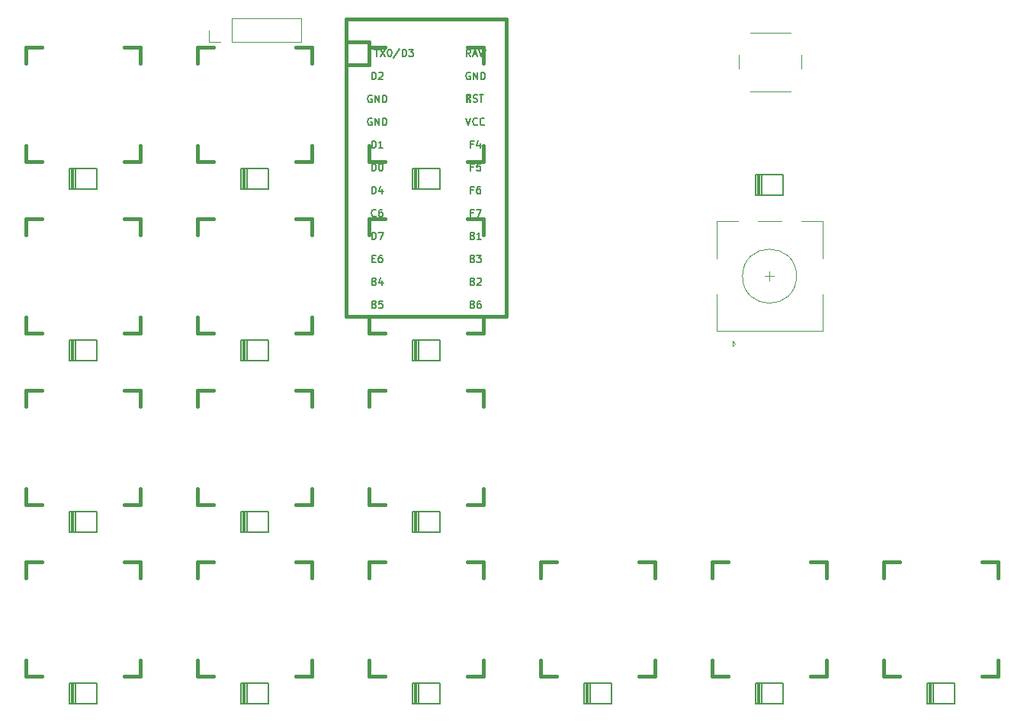
<source format=gbr>
G04 #@! TF.GenerationSoftware,KiCad,Pcbnew,(5.1.5)-3*
G04 #@! TF.CreationDate,2020-09-11T21:59:54+03:00*
G04 #@! TF.ProjectId,taro,7461726f-2e6b-4696-9361-645f70636258,rev?*
G04 #@! TF.SameCoordinates,Original*
G04 #@! TF.FileFunction,Legend,Top*
G04 #@! TF.FilePolarity,Positive*
%FSLAX46Y46*%
G04 Gerber Fmt 4.6, Leading zero omitted, Abs format (unit mm)*
G04 Created by KiCad (PCBNEW (5.1.5)-3) date 2020-09-11 21:59:54*
%MOMM*%
%LPD*%
G04 APERTURE LIST*
%ADD10C,0.381000*%
%ADD11C,0.150000*%
%ADD12C,0.120000*%
%ADD13C,0.203200*%
G04 APERTURE END LIST*
D10*
G04 #@! TO.C,U1*
X83185000Y-66040000D02*
X83185000Y-96520000D01*
X83185000Y-96520000D02*
X100965000Y-96520000D01*
X100965000Y-96520000D02*
X100965000Y-66040000D01*
X85725000Y-66040000D02*
X85725000Y-68580000D01*
X85725000Y-68580000D02*
X83185000Y-68580000D01*
D11*
G36*
X97006568Y-71919360D02*
G01*
X97006568Y-72219360D01*
X96906568Y-72219360D01*
X96906568Y-71919360D01*
X97006568Y-71919360D01*
G37*
X97006568Y-71919360D02*
X97006568Y-72219360D01*
X96906568Y-72219360D01*
X96906568Y-71919360D01*
X97006568Y-71919360D01*
G36*
X96806568Y-72319360D02*
G01*
X96806568Y-72419360D01*
X96706568Y-72419360D01*
X96706568Y-72319360D01*
X96806568Y-72319360D01*
G37*
X96806568Y-72319360D02*
X96806568Y-72419360D01*
X96706568Y-72419360D01*
X96706568Y-72319360D01*
X96806568Y-72319360D01*
G36*
X97006568Y-71919360D02*
G01*
X97006568Y-72019360D01*
X96506568Y-72019360D01*
X96506568Y-71919360D01*
X97006568Y-71919360D01*
G37*
X97006568Y-71919360D02*
X97006568Y-72019360D01*
X96506568Y-72019360D01*
X96506568Y-71919360D01*
X97006568Y-71919360D01*
G36*
X96606568Y-71919360D02*
G01*
X96606568Y-72719360D01*
X96506568Y-72719360D01*
X96506568Y-71919360D01*
X96606568Y-71919360D01*
G37*
X96606568Y-71919360D02*
X96606568Y-72719360D01*
X96506568Y-72719360D01*
X96506568Y-71919360D01*
X96606568Y-71919360D01*
G36*
X97006568Y-72519360D02*
G01*
X97006568Y-72719360D01*
X96906568Y-72719360D01*
X96906568Y-72519360D01*
X97006568Y-72519360D01*
G37*
X97006568Y-72519360D02*
X97006568Y-72719360D01*
X96906568Y-72719360D01*
X96906568Y-72519360D01*
X97006568Y-72519360D01*
D10*
X100965000Y-66040000D02*
X100965000Y-63500000D01*
X100965000Y-63500000D02*
X83185000Y-63500000D01*
X83185000Y-63500000D02*
X83185000Y-66040000D01*
X85725000Y-66040000D02*
X83185000Y-66040000D01*
G04 #@! TO.C,SW17*
X142875000Y-123825000D02*
X144653000Y-123825000D01*
X153797000Y-123825000D02*
X155575000Y-123825000D01*
X155575000Y-123825000D02*
X155575000Y-125603000D01*
X155575000Y-134747000D02*
X155575000Y-136525000D01*
X155575000Y-136525000D02*
X153797000Y-136525000D01*
X144653000Y-136525000D02*
X142875000Y-136525000D01*
X142875000Y-136525000D02*
X142875000Y-134747000D01*
X142875000Y-125603000D02*
X142875000Y-123825000D01*
G04 #@! TO.C,SW16*
X123825000Y-123825000D02*
X125603000Y-123825000D01*
X134747000Y-123825000D02*
X136525000Y-123825000D01*
X136525000Y-123825000D02*
X136525000Y-125603000D01*
X136525000Y-134747000D02*
X136525000Y-136525000D01*
X136525000Y-136525000D02*
X134747000Y-136525000D01*
X125603000Y-136525000D02*
X123825000Y-136525000D01*
X123825000Y-136525000D02*
X123825000Y-134747000D01*
X123825000Y-125603000D02*
X123825000Y-123825000D01*
G04 #@! TO.C,SW15*
X104775000Y-123825000D02*
X106553000Y-123825000D01*
X115697000Y-123825000D02*
X117475000Y-123825000D01*
X117475000Y-123825000D02*
X117475000Y-125603000D01*
X117475000Y-134747000D02*
X117475000Y-136525000D01*
X117475000Y-136525000D02*
X115697000Y-136525000D01*
X106553000Y-136525000D02*
X104775000Y-136525000D01*
X104775000Y-136525000D02*
X104775000Y-134747000D01*
X104775000Y-125603000D02*
X104775000Y-123825000D01*
G04 #@! TO.C,SW13*
X85725000Y-123825000D02*
X87503000Y-123825000D01*
X96647000Y-123825000D02*
X98425000Y-123825000D01*
X98425000Y-123825000D02*
X98425000Y-125603000D01*
X98425000Y-134747000D02*
X98425000Y-136525000D01*
X98425000Y-136525000D02*
X96647000Y-136525000D01*
X87503000Y-136525000D02*
X85725000Y-136525000D01*
X85725000Y-136525000D02*
X85725000Y-134747000D01*
X85725000Y-125603000D02*
X85725000Y-123825000D01*
G04 #@! TO.C,SW12*
X85725000Y-104775000D02*
X87503000Y-104775000D01*
X96647000Y-104775000D02*
X98425000Y-104775000D01*
X98425000Y-104775000D02*
X98425000Y-106553000D01*
X98425000Y-115697000D02*
X98425000Y-117475000D01*
X98425000Y-117475000D02*
X96647000Y-117475000D01*
X87503000Y-117475000D02*
X85725000Y-117475000D01*
X85725000Y-117475000D02*
X85725000Y-115697000D01*
X85725000Y-106553000D02*
X85725000Y-104775000D01*
G04 #@! TO.C,SW11*
X85725000Y-85725000D02*
X87503000Y-85725000D01*
X96647000Y-85725000D02*
X98425000Y-85725000D01*
X98425000Y-85725000D02*
X98425000Y-87503000D01*
X98425000Y-96647000D02*
X98425000Y-98425000D01*
X98425000Y-98425000D02*
X96647000Y-98425000D01*
X87503000Y-98425000D02*
X85725000Y-98425000D01*
X85725000Y-98425000D02*
X85725000Y-96647000D01*
X85725000Y-87503000D02*
X85725000Y-85725000D01*
G04 #@! TO.C,SW10*
X85725000Y-66675000D02*
X87503000Y-66675000D01*
X96647000Y-66675000D02*
X98425000Y-66675000D01*
X98425000Y-66675000D02*
X98425000Y-68453000D01*
X98425000Y-77597000D02*
X98425000Y-79375000D01*
X98425000Y-79375000D02*
X96647000Y-79375000D01*
X87503000Y-79375000D02*
X85725000Y-79375000D01*
X85725000Y-79375000D02*
X85725000Y-77597000D01*
X85725000Y-68453000D02*
X85725000Y-66675000D01*
G04 #@! TO.C,SW9*
X66675000Y-123825000D02*
X68453000Y-123825000D01*
X77597000Y-123825000D02*
X79375000Y-123825000D01*
X79375000Y-123825000D02*
X79375000Y-125603000D01*
X79375000Y-134747000D02*
X79375000Y-136525000D01*
X79375000Y-136525000D02*
X77597000Y-136525000D01*
X68453000Y-136525000D02*
X66675000Y-136525000D01*
X66675000Y-136525000D02*
X66675000Y-134747000D01*
X66675000Y-125603000D02*
X66675000Y-123825000D01*
G04 #@! TO.C,SW8*
X66675000Y-104775000D02*
X68453000Y-104775000D01*
X77597000Y-104775000D02*
X79375000Y-104775000D01*
X79375000Y-104775000D02*
X79375000Y-106553000D01*
X79375000Y-115697000D02*
X79375000Y-117475000D01*
X79375000Y-117475000D02*
X77597000Y-117475000D01*
X68453000Y-117475000D02*
X66675000Y-117475000D01*
X66675000Y-117475000D02*
X66675000Y-115697000D01*
X66675000Y-106553000D02*
X66675000Y-104775000D01*
G04 #@! TO.C,SW7*
X66675000Y-85725000D02*
X68453000Y-85725000D01*
X77597000Y-85725000D02*
X79375000Y-85725000D01*
X79375000Y-85725000D02*
X79375000Y-87503000D01*
X79375000Y-96647000D02*
X79375000Y-98425000D01*
X79375000Y-98425000D02*
X77597000Y-98425000D01*
X68453000Y-98425000D02*
X66675000Y-98425000D01*
X66675000Y-98425000D02*
X66675000Y-96647000D01*
X66675000Y-87503000D02*
X66675000Y-85725000D01*
G04 #@! TO.C,SW6*
X66675000Y-66675000D02*
X68453000Y-66675000D01*
X77597000Y-66675000D02*
X79375000Y-66675000D01*
X79375000Y-66675000D02*
X79375000Y-68453000D01*
X79375000Y-77597000D02*
X79375000Y-79375000D01*
X79375000Y-79375000D02*
X77597000Y-79375000D01*
X68453000Y-79375000D02*
X66675000Y-79375000D01*
X66675000Y-79375000D02*
X66675000Y-77597000D01*
X66675000Y-68453000D02*
X66675000Y-66675000D01*
G04 #@! TO.C,SW5*
X47625000Y-123825000D02*
X49403000Y-123825000D01*
X58547000Y-123825000D02*
X60325000Y-123825000D01*
X60325000Y-123825000D02*
X60325000Y-125603000D01*
X60325000Y-134747000D02*
X60325000Y-136525000D01*
X60325000Y-136525000D02*
X58547000Y-136525000D01*
X49403000Y-136525000D02*
X47625000Y-136525000D01*
X47625000Y-136525000D02*
X47625000Y-134747000D01*
X47625000Y-125603000D02*
X47625000Y-123825000D01*
G04 #@! TO.C,SW4*
X47625000Y-104775000D02*
X49403000Y-104775000D01*
X58547000Y-104775000D02*
X60325000Y-104775000D01*
X60325000Y-104775000D02*
X60325000Y-106553000D01*
X60325000Y-115697000D02*
X60325000Y-117475000D01*
X60325000Y-117475000D02*
X58547000Y-117475000D01*
X49403000Y-117475000D02*
X47625000Y-117475000D01*
X47625000Y-117475000D02*
X47625000Y-115697000D01*
X47625000Y-106553000D02*
X47625000Y-104775000D01*
G04 #@! TO.C,SW3*
X47625000Y-85725000D02*
X49403000Y-85725000D01*
X58547000Y-85725000D02*
X60325000Y-85725000D01*
X60325000Y-85725000D02*
X60325000Y-87503000D01*
X60325000Y-96647000D02*
X60325000Y-98425000D01*
X60325000Y-98425000D02*
X58547000Y-98425000D01*
X49403000Y-98425000D02*
X47625000Y-98425000D01*
X47625000Y-98425000D02*
X47625000Y-96647000D01*
X47625000Y-87503000D02*
X47625000Y-85725000D01*
G04 #@! TO.C,SW2*
X47625000Y-66675000D02*
X49403000Y-66675000D01*
X58547000Y-66675000D02*
X60325000Y-66675000D01*
X60325000Y-66675000D02*
X60325000Y-68453000D01*
X60325000Y-77597000D02*
X60325000Y-79375000D01*
X60325000Y-79375000D02*
X58547000Y-79375000D01*
X49403000Y-79375000D02*
X47625000Y-79375000D01*
X47625000Y-79375000D02*
X47625000Y-77597000D01*
X47625000Y-68453000D02*
X47625000Y-66675000D01*
D12*
G04 #@! TO.C,SW14*
X133175000Y-92075000D02*
G75*
G03X133175000Y-92075000I-3000000J0D01*
G01*
X124275000Y-90075000D02*
X124275000Y-85975000D01*
X136075000Y-85975000D02*
X136075000Y-90075000D01*
X136075000Y-94075000D02*
X136075000Y-98175000D01*
X124275000Y-94075000D02*
X124275000Y-98175000D01*
X124275000Y-98175000D02*
X136075000Y-98175000D01*
X126375000Y-99575000D02*
X126075000Y-99875000D01*
X126075000Y-99875000D02*
X126075000Y-99275000D01*
X126075000Y-99275000D02*
X126375000Y-99575000D01*
X124275000Y-85975000D02*
X126675000Y-85975000D01*
X128875000Y-85975000D02*
X131475000Y-85975000D01*
X133675000Y-85975000D02*
X136075000Y-85975000D01*
X129675000Y-92075000D02*
X130675000Y-92075000D01*
X130175000Y-92575000D02*
X130175000Y-91575000D01*
G04 #@! TO.C,SW1*
X128000000Y-71540000D02*
X132500000Y-71540000D01*
X126750000Y-67540000D02*
X126750000Y-69040000D01*
X132500000Y-65040000D02*
X128000000Y-65040000D01*
X133750000Y-69040000D02*
X133750000Y-67540000D01*
G04 #@! TO.C,J1*
X78165000Y-66100000D02*
X78165000Y-63440000D01*
X70485000Y-66100000D02*
X78165000Y-66100000D01*
X70485000Y-63440000D02*
X78165000Y-63440000D01*
X70485000Y-66100000D02*
X70485000Y-63440000D01*
X69215000Y-66100000D02*
X67885000Y-66100000D01*
X67885000Y-66100000D02*
X67885000Y-64770000D01*
D11*
G04 #@! TO.C,D16*
X148325000Y-137330000D02*
X148325000Y-139530000D01*
X148125000Y-139530000D02*
X148125000Y-137330000D01*
X147925000Y-139430000D02*
X147925000Y-139530000D01*
X147925000Y-139530000D02*
X147925000Y-139430000D01*
X147925000Y-137330000D02*
X147925000Y-139430000D01*
D13*
X150749000Y-139573000D02*
X147701000Y-139573000D01*
X147701000Y-139573000D02*
X147701000Y-137287000D01*
X147701000Y-137287000D02*
X150749000Y-137287000D01*
X150749000Y-137287000D02*
X150749000Y-139573000D01*
D11*
G04 #@! TO.C,D15*
X129275000Y-137330000D02*
X129275000Y-139530000D01*
X129075000Y-139530000D02*
X129075000Y-137330000D01*
X128875000Y-139430000D02*
X128875000Y-139530000D01*
X128875000Y-139530000D02*
X128875000Y-139430000D01*
X128875000Y-137330000D02*
X128875000Y-139430000D01*
D13*
X131699000Y-139573000D02*
X128651000Y-139573000D01*
X128651000Y-139573000D02*
X128651000Y-137287000D01*
X128651000Y-137287000D02*
X131699000Y-137287000D01*
X131699000Y-137287000D02*
X131699000Y-139573000D01*
D11*
G04 #@! TO.C,D14*
X129275000Y-80815000D02*
X129275000Y-83015000D01*
X129075000Y-83015000D02*
X129075000Y-80815000D01*
X128875000Y-82915000D02*
X128875000Y-83015000D01*
X128875000Y-83015000D02*
X128875000Y-82915000D01*
X128875000Y-80815000D02*
X128875000Y-82915000D01*
D13*
X131699000Y-83058000D02*
X128651000Y-83058000D01*
X128651000Y-83058000D02*
X128651000Y-80772000D01*
X128651000Y-80772000D02*
X131699000Y-80772000D01*
X131699000Y-80772000D02*
X131699000Y-83058000D01*
D11*
G04 #@! TO.C,D13*
X110225000Y-137330000D02*
X110225000Y-139530000D01*
X110025000Y-139530000D02*
X110025000Y-137330000D01*
X109825000Y-139430000D02*
X109825000Y-139530000D01*
X109825000Y-139530000D02*
X109825000Y-139430000D01*
X109825000Y-137330000D02*
X109825000Y-139430000D01*
D13*
X112649000Y-139573000D02*
X109601000Y-139573000D01*
X109601000Y-139573000D02*
X109601000Y-137287000D01*
X109601000Y-137287000D02*
X112649000Y-137287000D01*
X112649000Y-137287000D02*
X112649000Y-139573000D01*
D11*
G04 #@! TO.C,D12*
X91175000Y-137330000D02*
X91175000Y-139530000D01*
X90975000Y-139530000D02*
X90975000Y-137330000D01*
X90775000Y-139430000D02*
X90775000Y-139530000D01*
X90775000Y-139530000D02*
X90775000Y-139430000D01*
X90775000Y-137330000D02*
X90775000Y-139430000D01*
D13*
X93599000Y-139573000D02*
X90551000Y-139573000D01*
X90551000Y-139573000D02*
X90551000Y-137287000D01*
X90551000Y-137287000D02*
X93599000Y-137287000D01*
X93599000Y-137287000D02*
X93599000Y-139573000D01*
D11*
G04 #@! TO.C,D11*
X91175000Y-118280000D02*
X91175000Y-120480000D01*
X90975000Y-120480000D02*
X90975000Y-118280000D01*
X90775000Y-120380000D02*
X90775000Y-120480000D01*
X90775000Y-120480000D02*
X90775000Y-120380000D01*
X90775000Y-118280000D02*
X90775000Y-120380000D01*
D13*
X93599000Y-120523000D02*
X90551000Y-120523000D01*
X90551000Y-120523000D02*
X90551000Y-118237000D01*
X90551000Y-118237000D02*
X93599000Y-118237000D01*
X93599000Y-118237000D02*
X93599000Y-120523000D01*
D11*
G04 #@! TO.C,D10*
X91175000Y-99230000D02*
X91175000Y-101430000D01*
X90975000Y-101430000D02*
X90975000Y-99230000D01*
X90775000Y-101330000D02*
X90775000Y-101430000D01*
X90775000Y-101430000D02*
X90775000Y-101330000D01*
X90775000Y-99230000D02*
X90775000Y-101330000D01*
D13*
X93599000Y-101473000D02*
X90551000Y-101473000D01*
X90551000Y-101473000D02*
X90551000Y-99187000D01*
X90551000Y-99187000D02*
X93599000Y-99187000D01*
X93599000Y-99187000D02*
X93599000Y-101473000D01*
D11*
G04 #@! TO.C,D9*
X91175000Y-80180000D02*
X91175000Y-82380000D01*
X90975000Y-82380000D02*
X90975000Y-80180000D01*
X90775000Y-82280000D02*
X90775000Y-82380000D01*
X90775000Y-82380000D02*
X90775000Y-82280000D01*
X90775000Y-80180000D02*
X90775000Y-82280000D01*
D13*
X93599000Y-82423000D02*
X90551000Y-82423000D01*
X90551000Y-82423000D02*
X90551000Y-80137000D01*
X90551000Y-80137000D02*
X93599000Y-80137000D01*
X93599000Y-80137000D02*
X93599000Y-82423000D01*
D11*
G04 #@! TO.C,D8*
X72125000Y-137330000D02*
X72125000Y-139530000D01*
X71925000Y-139530000D02*
X71925000Y-137330000D01*
X71725000Y-139430000D02*
X71725000Y-139530000D01*
X71725000Y-139530000D02*
X71725000Y-139430000D01*
X71725000Y-137330000D02*
X71725000Y-139430000D01*
D13*
X74549000Y-139573000D02*
X71501000Y-139573000D01*
X71501000Y-139573000D02*
X71501000Y-137287000D01*
X71501000Y-137287000D02*
X74549000Y-137287000D01*
X74549000Y-137287000D02*
X74549000Y-139573000D01*
D11*
G04 #@! TO.C,D7*
X72125000Y-118280000D02*
X72125000Y-120480000D01*
X71925000Y-120480000D02*
X71925000Y-118280000D01*
X71725000Y-120380000D02*
X71725000Y-120480000D01*
X71725000Y-120480000D02*
X71725000Y-120380000D01*
X71725000Y-118280000D02*
X71725000Y-120380000D01*
D13*
X74549000Y-120523000D02*
X71501000Y-120523000D01*
X71501000Y-120523000D02*
X71501000Y-118237000D01*
X71501000Y-118237000D02*
X74549000Y-118237000D01*
X74549000Y-118237000D02*
X74549000Y-120523000D01*
D11*
G04 #@! TO.C,D6*
X72125000Y-99230000D02*
X72125000Y-101430000D01*
X71925000Y-101430000D02*
X71925000Y-99230000D01*
X71725000Y-101330000D02*
X71725000Y-101430000D01*
X71725000Y-101430000D02*
X71725000Y-101330000D01*
X71725000Y-99230000D02*
X71725000Y-101330000D01*
D13*
X74549000Y-101473000D02*
X71501000Y-101473000D01*
X71501000Y-101473000D02*
X71501000Y-99187000D01*
X71501000Y-99187000D02*
X74549000Y-99187000D01*
X74549000Y-99187000D02*
X74549000Y-101473000D01*
D11*
G04 #@! TO.C,D5*
X72125000Y-80180000D02*
X72125000Y-82380000D01*
X71925000Y-82380000D02*
X71925000Y-80180000D01*
X71725000Y-82280000D02*
X71725000Y-82380000D01*
X71725000Y-82380000D02*
X71725000Y-82280000D01*
X71725000Y-80180000D02*
X71725000Y-82280000D01*
D13*
X74549000Y-82423000D02*
X71501000Y-82423000D01*
X71501000Y-82423000D02*
X71501000Y-80137000D01*
X71501000Y-80137000D02*
X74549000Y-80137000D01*
X74549000Y-80137000D02*
X74549000Y-82423000D01*
D11*
G04 #@! TO.C,D4*
X53075000Y-137330000D02*
X53075000Y-139530000D01*
X52875000Y-139530000D02*
X52875000Y-137330000D01*
X52675000Y-139430000D02*
X52675000Y-139530000D01*
X52675000Y-139530000D02*
X52675000Y-139430000D01*
X52675000Y-137330000D02*
X52675000Y-139430000D01*
D13*
X55499000Y-139573000D02*
X52451000Y-139573000D01*
X52451000Y-139573000D02*
X52451000Y-137287000D01*
X52451000Y-137287000D02*
X55499000Y-137287000D01*
X55499000Y-137287000D02*
X55499000Y-139573000D01*
D11*
G04 #@! TO.C,D3*
X53075000Y-118280000D02*
X53075000Y-120480000D01*
X52875000Y-120480000D02*
X52875000Y-118280000D01*
X52675000Y-120380000D02*
X52675000Y-120480000D01*
X52675000Y-120480000D02*
X52675000Y-120380000D01*
X52675000Y-118280000D02*
X52675000Y-120380000D01*
D13*
X55499000Y-120523000D02*
X52451000Y-120523000D01*
X52451000Y-120523000D02*
X52451000Y-118237000D01*
X52451000Y-118237000D02*
X55499000Y-118237000D01*
X55499000Y-118237000D02*
X55499000Y-120523000D01*
D11*
G04 #@! TO.C,D2*
X53075000Y-99230000D02*
X53075000Y-101430000D01*
X52875000Y-101430000D02*
X52875000Y-99230000D01*
X52675000Y-101330000D02*
X52675000Y-101430000D01*
X52675000Y-101430000D02*
X52675000Y-101330000D01*
X52675000Y-99230000D02*
X52675000Y-101330000D01*
D13*
X55499000Y-101473000D02*
X52451000Y-101473000D01*
X52451000Y-101473000D02*
X52451000Y-99187000D01*
X52451000Y-99187000D02*
X55499000Y-99187000D01*
X55499000Y-99187000D02*
X55499000Y-101473000D01*
D11*
G04 #@! TO.C,D1*
X53075000Y-80180000D02*
X53075000Y-82380000D01*
X52875000Y-82380000D02*
X52875000Y-80180000D01*
X52675000Y-82280000D02*
X52675000Y-82380000D01*
X52675000Y-82380000D02*
X52675000Y-82280000D01*
X52675000Y-80180000D02*
X52675000Y-82280000D01*
D13*
X55499000Y-82423000D02*
X52451000Y-82423000D01*
X52451000Y-82423000D02*
X52451000Y-80137000D01*
X52451000Y-80137000D02*
X55499000Y-80137000D01*
X55499000Y-80137000D02*
X55499000Y-82423000D01*
G04 #@! TO.C,U1*
D11*
X97212190Y-92652857D02*
X97326476Y-92690952D01*
X97364571Y-92729047D01*
X97402666Y-92805238D01*
X97402666Y-92919523D01*
X97364571Y-92995714D01*
X97326476Y-93033809D01*
X97250285Y-93071904D01*
X96945523Y-93071904D01*
X96945523Y-92271904D01*
X97212190Y-92271904D01*
X97288380Y-92310000D01*
X97326476Y-92348095D01*
X97364571Y-92424285D01*
X97364571Y-92500476D01*
X97326476Y-92576666D01*
X97288380Y-92614761D01*
X97212190Y-92652857D01*
X96945523Y-92652857D01*
X97707428Y-92348095D02*
X97745523Y-92310000D01*
X97821714Y-92271904D01*
X98012190Y-92271904D01*
X98088380Y-92310000D01*
X98126476Y-92348095D01*
X98164571Y-92424285D01*
X98164571Y-92500476D01*
X98126476Y-92614761D01*
X97669333Y-93071904D01*
X98164571Y-93071904D01*
X97269333Y-85032857D02*
X97002666Y-85032857D01*
X97002666Y-85451904D02*
X97002666Y-84651904D01*
X97383619Y-84651904D01*
X97612190Y-84651904D02*
X98145523Y-84651904D01*
X97802666Y-85451904D01*
X97269333Y-82492857D02*
X97002666Y-82492857D01*
X97002666Y-82911904D02*
X97002666Y-82111904D01*
X97383619Y-82111904D01*
X98031238Y-82111904D02*
X97878857Y-82111904D01*
X97802666Y-82150000D01*
X97764571Y-82188095D01*
X97688380Y-82302380D01*
X97650285Y-82454761D01*
X97650285Y-82759523D01*
X97688380Y-82835714D01*
X97726476Y-82873809D01*
X97802666Y-82911904D01*
X97955047Y-82911904D01*
X98031238Y-82873809D01*
X98069333Y-82835714D01*
X98107428Y-82759523D01*
X98107428Y-82569047D01*
X98069333Y-82492857D01*
X98031238Y-82454761D01*
X97955047Y-82416666D01*
X97802666Y-82416666D01*
X97726476Y-82454761D01*
X97688380Y-82492857D01*
X97650285Y-82569047D01*
X97269333Y-79952857D02*
X97002666Y-79952857D01*
X97002666Y-80371904D02*
X97002666Y-79571904D01*
X97383619Y-79571904D01*
X98069333Y-79571904D02*
X97688380Y-79571904D01*
X97650285Y-79952857D01*
X97688380Y-79914761D01*
X97764571Y-79876666D01*
X97955047Y-79876666D01*
X98031238Y-79914761D01*
X98069333Y-79952857D01*
X98107428Y-80029047D01*
X98107428Y-80219523D01*
X98069333Y-80295714D01*
X98031238Y-80333809D01*
X97955047Y-80371904D01*
X97764571Y-80371904D01*
X97688380Y-80333809D01*
X97650285Y-80295714D01*
X96983619Y-67671904D02*
X96716952Y-67290952D01*
X96526476Y-67671904D02*
X96526476Y-66871904D01*
X96831238Y-66871904D01*
X96907428Y-66910000D01*
X96945523Y-66948095D01*
X96983619Y-67024285D01*
X96983619Y-67138571D01*
X96945523Y-67214761D01*
X96907428Y-67252857D01*
X96831238Y-67290952D01*
X96526476Y-67290952D01*
X97288380Y-67443333D02*
X97669333Y-67443333D01*
X97212190Y-67671904D02*
X97478857Y-66871904D01*
X97745523Y-67671904D01*
X97936000Y-66871904D02*
X98126476Y-67671904D01*
X98278857Y-67100476D01*
X98431238Y-67671904D01*
X98621714Y-66871904D01*
X96926476Y-69450000D02*
X96850285Y-69411904D01*
X96736000Y-69411904D01*
X96621714Y-69450000D01*
X96545523Y-69526190D01*
X96507428Y-69602380D01*
X96469333Y-69754761D01*
X96469333Y-69869047D01*
X96507428Y-70021428D01*
X96545523Y-70097619D01*
X96621714Y-70173809D01*
X96736000Y-70211904D01*
X96812190Y-70211904D01*
X96926476Y-70173809D01*
X96964571Y-70135714D01*
X96964571Y-69869047D01*
X96812190Y-69869047D01*
X97307428Y-70211904D02*
X97307428Y-69411904D01*
X97764571Y-70211904D01*
X97764571Y-69411904D01*
X98145523Y-70211904D02*
X98145523Y-69411904D01*
X98336000Y-69411904D01*
X98450285Y-69450000D01*
X98526476Y-69526190D01*
X98564571Y-69602380D01*
X98602666Y-69754761D01*
X98602666Y-69869047D01*
X98564571Y-70021428D01*
X98526476Y-70097619D01*
X98450285Y-70173809D01*
X98336000Y-70211904D01*
X98145523Y-70211904D01*
X97274786Y-72683809D02*
X97389072Y-72721904D01*
X97579548Y-72721904D01*
X97655739Y-72683809D01*
X97693834Y-72645714D01*
X97731929Y-72569523D01*
X97731929Y-72493333D01*
X97693834Y-72417142D01*
X97655739Y-72379047D01*
X97579548Y-72340952D01*
X97427167Y-72302857D01*
X97350977Y-72264761D01*
X97312881Y-72226666D01*
X97274786Y-72150476D01*
X97274786Y-72074285D01*
X97312881Y-71998095D01*
X97350977Y-71960000D01*
X97427167Y-71921904D01*
X97617643Y-71921904D01*
X97731929Y-71960000D01*
X97960500Y-71921904D02*
X98417643Y-71921904D01*
X98189072Y-72721904D02*
X98189072Y-71921904D01*
X96469333Y-74491904D02*
X96736000Y-75291904D01*
X97002666Y-74491904D01*
X97726476Y-75215714D02*
X97688380Y-75253809D01*
X97574095Y-75291904D01*
X97497904Y-75291904D01*
X97383619Y-75253809D01*
X97307428Y-75177619D01*
X97269333Y-75101428D01*
X97231238Y-74949047D01*
X97231238Y-74834761D01*
X97269333Y-74682380D01*
X97307428Y-74606190D01*
X97383619Y-74530000D01*
X97497904Y-74491904D01*
X97574095Y-74491904D01*
X97688380Y-74530000D01*
X97726476Y-74568095D01*
X98526476Y-75215714D02*
X98488380Y-75253809D01*
X98374095Y-75291904D01*
X98297904Y-75291904D01*
X98183619Y-75253809D01*
X98107428Y-75177619D01*
X98069333Y-75101428D01*
X98031238Y-74949047D01*
X98031238Y-74834761D01*
X98069333Y-74682380D01*
X98107428Y-74606190D01*
X98183619Y-74530000D01*
X98297904Y-74491904D01*
X98374095Y-74491904D01*
X98488380Y-74530000D01*
X98526476Y-74568095D01*
X97269333Y-77412857D02*
X97002666Y-77412857D01*
X97002666Y-77831904D02*
X97002666Y-77031904D01*
X97383619Y-77031904D01*
X98031238Y-77298571D02*
X98031238Y-77831904D01*
X97840761Y-76993809D02*
X97650285Y-77565238D01*
X98145523Y-77565238D01*
X97212190Y-87572857D02*
X97326476Y-87610952D01*
X97364571Y-87649047D01*
X97402666Y-87725238D01*
X97402666Y-87839523D01*
X97364571Y-87915714D01*
X97326476Y-87953809D01*
X97250285Y-87991904D01*
X96945523Y-87991904D01*
X96945523Y-87191904D01*
X97212190Y-87191904D01*
X97288380Y-87230000D01*
X97326476Y-87268095D01*
X97364571Y-87344285D01*
X97364571Y-87420476D01*
X97326476Y-87496666D01*
X97288380Y-87534761D01*
X97212190Y-87572857D01*
X96945523Y-87572857D01*
X98164571Y-87991904D02*
X97707428Y-87991904D01*
X97936000Y-87991904D02*
X97936000Y-87191904D01*
X97859809Y-87306190D01*
X97783619Y-87382380D01*
X97707428Y-87420476D01*
X97212190Y-90112857D02*
X97326476Y-90150952D01*
X97364571Y-90189047D01*
X97402666Y-90265238D01*
X97402666Y-90379523D01*
X97364571Y-90455714D01*
X97326476Y-90493809D01*
X97250285Y-90531904D01*
X96945523Y-90531904D01*
X96945523Y-89731904D01*
X97212190Y-89731904D01*
X97288380Y-89770000D01*
X97326476Y-89808095D01*
X97364571Y-89884285D01*
X97364571Y-89960476D01*
X97326476Y-90036666D01*
X97288380Y-90074761D01*
X97212190Y-90112857D01*
X96945523Y-90112857D01*
X97669333Y-89731904D02*
X98164571Y-89731904D01*
X97897904Y-90036666D01*
X98012190Y-90036666D01*
X98088380Y-90074761D01*
X98126476Y-90112857D01*
X98164571Y-90189047D01*
X98164571Y-90379523D01*
X98126476Y-90455714D01*
X98088380Y-90493809D01*
X98012190Y-90531904D01*
X97783619Y-90531904D01*
X97707428Y-90493809D01*
X97669333Y-90455714D01*
X97212190Y-95192857D02*
X97326476Y-95230952D01*
X97364571Y-95269047D01*
X97402666Y-95345238D01*
X97402666Y-95459523D01*
X97364571Y-95535714D01*
X97326476Y-95573809D01*
X97250285Y-95611904D01*
X96945523Y-95611904D01*
X96945523Y-94811904D01*
X97212190Y-94811904D01*
X97288380Y-94850000D01*
X97326476Y-94888095D01*
X97364571Y-94964285D01*
X97364571Y-95040476D01*
X97326476Y-95116666D01*
X97288380Y-95154761D01*
X97212190Y-95192857D01*
X96945523Y-95192857D01*
X98088380Y-94811904D02*
X97936000Y-94811904D01*
X97859809Y-94850000D01*
X97821714Y-94888095D01*
X97745523Y-95002380D01*
X97707428Y-95154761D01*
X97707428Y-95459523D01*
X97745523Y-95535714D01*
X97783619Y-95573809D01*
X97859809Y-95611904D01*
X98012190Y-95611904D01*
X98088380Y-95573809D01*
X98126476Y-95535714D01*
X98164571Y-95459523D01*
X98164571Y-95269047D01*
X98126476Y-95192857D01*
X98088380Y-95154761D01*
X98012190Y-95116666D01*
X97859809Y-95116666D01*
X97783619Y-95154761D01*
X97745523Y-95192857D01*
X97707428Y-95269047D01*
X86290190Y-95192857D02*
X86404476Y-95230952D01*
X86442571Y-95269047D01*
X86480666Y-95345238D01*
X86480666Y-95459523D01*
X86442571Y-95535714D01*
X86404476Y-95573809D01*
X86328285Y-95611904D01*
X86023523Y-95611904D01*
X86023523Y-94811904D01*
X86290190Y-94811904D01*
X86366380Y-94850000D01*
X86404476Y-94888095D01*
X86442571Y-94964285D01*
X86442571Y-95040476D01*
X86404476Y-95116666D01*
X86366380Y-95154761D01*
X86290190Y-95192857D01*
X86023523Y-95192857D01*
X87204476Y-94811904D02*
X86823523Y-94811904D01*
X86785428Y-95192857D01*
X86823523Y-95154761D01*
X86899714Y-95116666D01*
X87090190Y-95116666D01*
X87166380Y-95154761D01*
X87204476Y-95192857D01*
X87242571Y-95269047D01*
X87242571Y-95459523D01*
X87204476Y-95535714D01*
X87166380Y-95573809D01*
X87090190Y-95611904D01*
X86899714Y-95611904D01*
X86823523Y-95573809D01*
X86785428Y-95535714D01*
X86290190Y-92652857D02*
X86404476Y-92690952D01*
X86442571Y-92729047D01*
X86480666Y-92805238D01*
X86480666Y-92919523D01*
X86442571Y-92995714D01*
X86404476Y-93033809D01*
X86328285Y-93071904D01*
X86023523Y-93071904D01*
X86023523Y-92271904D01*
X86290190Y-92271904D01*
X86366380Y-92310000D01*
X86404476Y-92348095D01*
X86442571Y-92424285D01*
X86442571Y-92500476D01*
X86404476Y-92576666D01*
X86366380Y-92614761D01*
X86290190Y-92652857D01*
X86023523Y-92652857D01*
X87166380Y-92538571D02*
X87166380Y-93071904D01*
X86975904Y-92233809D02*
X86785428Y-92805238D01*
X87280666Y-92805238D01*
X86061619Y-90112857D02*
X86328285Y-90112857D01*
X86442571Y-90531904D02*
X86061619Y-90531904D01*
X86061619Y-89731904D01*
X86442571Y-89731904D01*
X87128285Y-89731904D02*
X86975904Y-89731904D01*
X86899714Y-89770000D01*
X86861619Y-89808095D01*
X86785428Y-89922380D01*
X86747333Y-90074761D01*
X86747333Y-90379523D01*
X86785428Y-90455714D01*
X86823523Y-90493809D01*
X86899714Y-90531904D01*
X87052095Y-90531904D01*
X87128285Y-90493809D01*
X87166380Y-90455714D01*
X87204476Y-90379523D01*
X87204476Y-90189047D01*
X87166380Y-90112857D01*
X87128285Y-90074761D01*
X87052095Y-90036666D01*
X86899714Y-90036666D01*
X86823523Y-90074761D01*
X86785428Y-90112857D01*
X86747333Y-90189047D01*
X86023523Y-87991904D02*
X86023523Y-87191904D01*
X86214000Y-87191904D01*
X86328285Y-87230000D01*
X86404476Y-87306190D01*
X86442571Y-87382380D01*
X86480666Y-87534761D01*
X86480666Y-87649047D01*
X86442571Y-87801428D01*
X86404476Y-87877619D01*
X86328285Y-87953809D01*
X86214000Y-87991904D01*
X86023523Y-87991904D01*
X86747333Y-87191904D02*
X87280666Y-87191904D01*
X86937809Y-87991904D01*
X86480666Y-85375714D02*
X86442571Y-85413809D01*
X86328285Y-85451904D01*
X86252095Y-85451904D01*
X86137809Y-85413809D01*
X86061619Y-85337619D01*
X86023523Y-85261428D01*
X85985428Y-85109047D01*
X85985428Y-84994761D01*
X86023523Y-84842380D01*
X86061619Y-84766190D01*
X86137809Y-84690000D01*
X86252095Y-84651904D01*
X86328285Y-84651904D01*
X86442571Y-84690000D01*
X86480666Y-84728095D01*
X87166380Y-84651904D02*
X87014000Y-84651904D01*
X86937809Y-84690000D01*
X86899714Y-84728095D01*
X86823523Y-84842380D01*
X86785428Y-84994761D01*
X86785428Y-85299523D01*
X86823523Y-85375714D01*
X86861619Y-85413809D01*
X86937809Y-85451904D01*
X87090190Y-85451904D01*
X87166380Y-85413809D01*
X87204476Y-85375714D01*
X87242571Y-85299523D01*
X87242571Y-85109047D01*
X87204476Y-85032857D01*
X87166380Y-84994761D01*
X87090190Y-84956666D01*
X86937809Y-84956666D01*
X86861619Y-84994761D01*
X86823523Y-85032857D01*
X86785428Y-85109047D01*
X86023523Y-82911904D02*
X86023523Y-82111904D01*
X86214000Y-82111904D01*
X86328285Y-82150000D01*
X86404476Y-82226190D01*
X86442571Y-82302380D01*
X86480666Y-82454761D01*
X86480666Y-82569047D01*
X86442571Y-82721428D01*
X86404476Y-82797619D01*
X86328285Y-82873809D01*
X86214000Y-82911904D01*
X86023523Y-82911904D01*
X87166380Y-82378571D02*
X87166380Y-82911904D01*
X86975904Y-82073809D02*
X86785428Y-82645238D01*
X87280666Y-82645238D01*
X86004476Y-71990000D02*
X85928285Y-71951904D01*
X85814000Y-71951904D01*
X85699714Y-71990000D01*
X85623523Y-72066190D01*
X85585428Y-72142380D01*
X85547333Y-72294761D01*
X85547333Y-72409047D01*
X85585428Y-72561428D01*
X85623523Y-72637619D01*
X85699714Y-72713809D01*
X85814000Y-72751904D01*
X85890190Y-72751904D01*
X86004476Y-72713809D01*
X86042571Y-72675714D01*
X86042571Y-72409047D01*
X85890190Y-72409047D01*
X86385428Y-72751904D02*
X86385428Y-71951904D01*
X86842571Y-72751904D01*
X86842571Y-71951904D01*
X87223523Y-72751904D02*
X87223523Y-71951904D01*
X87414000Y-71951904D01*
X87528285Y-71990000D01*
X87604476Y-72066190D01*
X87642571Y-72142380D01*
X87680666Y-72294761D01*
X87680666Y-72409047D01*
X87642571Y-72561428D01*
X87604476Y-72637619D01*
X87528285Y-72713809D01*
X87414000Y-72751904D01*
X87223523Y-72751904D01*
X86004476Y-74530000D02*
X85928285Y-74491904D01*
X85814000Y-74491904D01*
X85699714Y-74530000D01*
X85623523Y-74606190D01*
X85585428Y-74682380D01*
X85547333Y-74834761D01*
X85547333Y-74949047D01*
X85585428Y-75101428D01*
X85623523Y-75177619D01*
X85699714Y-75253809D01*
X85814000Y-75291904D01*
X85890190Y-75291904D01*
X86004476Y-75253809D01*
X86042571Y-75215714D01*
X86042571Y-74949047D01*
X85890190Y-74949047D01*
X86385428Y-75291904D02*
X86385428Y-74491904D01*
X86842571Y-75291904D01*
X86842571Y-74491904D01*
X87223523Y-75291904D02*
X87223523Y-74491904D01*
X87414000Y-74491904D01*
X87528285Y-74530000D01*
X87604476Y-74606190D01*
X87642571Y-74682380D01*
X87680666Y-74834761D01*
X87680666Y-74949047D01*
X87642571Y-75101428D01*
X87604476Y-75177619D01*
X87528285Y-75253809D01*
X87414000Y-75291904D01*
X87223523Y-75291904D01*
X86023523Y-77831904D02*
X86023523Y-77031904D01*
X86214000Y-77031904D01*
X86328285Y-77070000D01*
X86404476Y-77146190D01*
X86442571Y-77222380D01*
X86480666Y-77374761D01*
X86480666Y-77489047D01*
X86442571Y-77641428D01*
X86404476Y-77717619D01*
X86328285Y-77793809D01*
X86214000Y-77831904D01*
X86023523Y-77831904D01*
X87242571Y-77831904D02*
X86785428Y-77831904D01*
X87014000Y-77831904D02*
X87014000Y-77031904D01*
X86937809Y-77146190D01*
X86861619Y-77222380D01*
X86785428Y-77260476D01*
X86023523Y-80371904D02*
X86023523Y-79571904D01*
X86214000Y-79571904D01*
X86328285Y-79610000D01*
X86404476Y-79686190D01*
X86442571Y-79762380D01*
X86480666Y-79914761D01*
X86480666Y-80029047D01*
X86442571Y-80181428D01*
X86404476Y-80257619D01*
X86328285Y-80333809D01*
X86214000Y-80371904D01*
X86023523Y-80371904D01*
X86975904Y-79571904D02*
X87052095Y-79571904D01*
X87128285Y-79610000D01*
X87166380Y-79648095D01*
X87204476Y-79724285D01*
X87242571Y-79876666D01*
X87242571Y-80067142D01*
X87204476Y-80219523D01*
X87166380Y-80295714D01*
X87128285Y-80333809D01*
X87052095Y-80371904D01*
X86975904Y-80371904D01*
X86899714Y-80333809D01*
X86861619Y-80295714D01*
X86823523Y-80219523D01*
X86785428Y-80067142D01*
X86785428Y-79876666D01*
X86823523Y-79724285D01*
X86861619Y-79648095D01*
X86899714Y-79610000D01*
X86975904Y-79571904D01*
X86023523Y-70211904D02*
X86023523Y-69411904D01*
X86214000Y-69411904D01*
X86328285Y-69450000D01*
X86404476Y-69526190D01*
X86442571Y-69602380D01*
X86480666Y-69754761D01*
X86480666Y-69869047D01*
X86442571Y-70021428D01*
X86404476Y-70097619D01*
X86328285Y-70173809D01*
X86214000Y-70211904D01*
X86023523Y-70211904D01*
X86785428Y-69488095D02*
X86823523Y-69450000D01*
X86899714Y-69411904D01*
X87090190Y-69411904D01*
X87166380Y-69450000D01*
X87204476Y-69488095D01*
X87242571Y-69564285D01*
X87242571Y-69640476D01*
X87204476Y-69754761D01*
X86747333Y-70211904D01*
X87242571Y-70211904D01*
X86312651Y-66871904D02*
X86769794Y-66871904D01*
X86541223Y-67671904D02*
X86541223Y-66871904D01*
X86960270Y-66871904D02*
X87493604Y-67671904D01*
X87493604Y-66871904D02*
X86960270Y-67671904D01*
X87950747Y-66871904D02*
X88026937Y-66871904D01*
X88103128Y-66910000D01*
X88141223Y-66948095D01*
X88179318Y-67024285D01*
X88217413Y-67176666D01*
X88217413Y-67367142D01*
X88179318Y-67519523D01*
X88141223Y-67595714D01*
X88103128Y-67633809D01*
X88026937Y-67671904D01*
X87950747Y-67671904D01*
X87874556Y-67633809D01*
X87836461Y-67595714D01*
X87798366Y-67519523D01*
X87760270Y-67367142D01*
X87760270Y-67176666D01*
X87798366Y-67024285D01*
X87836461Y-66948095D01*
X87874556Y-66910000D01*
X87950747Y-66871904D01*
X89131699Y-66833809D02*
X88445985Y-67862380D01*
X89398366Y-67671904D02*
X89398366Y-66871904D01*
X89588842Y-66871904D01*
X89703128Y-66910000D01*
X89779318Y-66986190D01*
X89817413Y-67062380D01*
X89855508Y-67214761D01*
X89855508Y-67329047D01*
X89817413Y-67481428D01*
X89779318Y-67557619D01*
X89703128Y-67633809D01*
X89588842Y-67671904D01*
X89398366Y-67671904D01*
X90122175Y-66871904D02*
X90617413Y-66871904D01*
X90350747Y-67176666D01*
X90465032Y-67176666D01*
X90541223Y-67214761D01*
X90579318Y-67252857D01*
X90617413Y-67329047D01*
X90617413Y-67519523D01*
X90579318Y-67595714D01*
X90541223Y-67633809D01*
X90465032Y-67671904D01*
X90236461Y-67671904D01*
X90160270Y-67633809D01*
X90122175Y-67595714D01*
G04 #@! TD*
M02*

</source>
